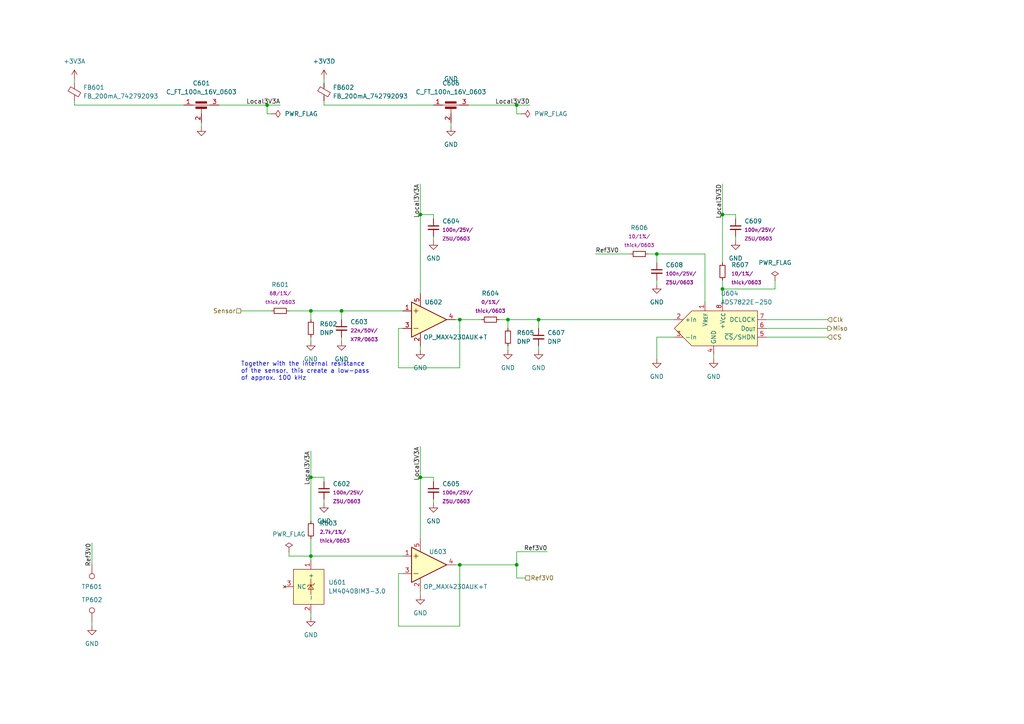
<source format=kicad_sch>
(kicad_sch (version 20211123) (generator eeschema)
  (paper "A4")
  (title_block (title "Powermeter") (date "2022-04-09") (rev "2") (company "apfau.de") (comment 1 "ADC"))
  (lib_symbols
    (symbol ".commodities:C_100n_25V_Z5U_0603_small" (pin_numbers hide) (pin_names (offset 0.254) hide)
      (property "Reference" "C" (at 0.254 1.778 0))
      (property "Params" "100n/25V/" (at 0.635 -1.27 0))
      (property "Params2" "Z5U/0603" (at 0.635 -2.54 0))
      (symbol "C_100n_25V_Z5U_0603_small_0_1"
        (polyline (pts (xy -1.524 -0.508) (xy 1.524 -0.508)) (stroke (width 0.3302)))
        (polyline (pts (xy -1.524 0.508) (xy 1.524 0.508)) (stroke (width 0.3048)))
      )
      (symbol "C_100n_25V_Z5U_0603_small_1_1"
        (pin passive line (at 0 2.54 270) (length 2.032) (name "~") (number "1"))
        (pin passive line (at 0 -2.54 90) (length 2.032) (name "~") (number "2"))
      )
    )
    (symbol ".commodities:C_22n_50V_X7R_0603_small" (pin_numbers hide) (pin_names (offset 0.254) hide)
      (property "Reference" "C" (at 0.254 1.778 0))
      (property "Params" "22n/50V/" (at 0.635 -1.27 0))
      (property "Params2" "X7R/0603" (at 0.635 -2.54 0))
      (symbol "C_22n_50V_X7R_0603_small_0_1"
        (polyline (pts (xy -1.524 -0.508) (xy 1.524 -0.508)) (stroke (width 0.3302)))
        (polyline (pts (xy -1.524 0.508) (xy 1.524 0.508)) (stroke (width 0.3048)))
      )
      (symbol "C_22n_50V_X7R_0603_small_1_1"
        (pin passive line (at 0 2.54 270) (length 2.032) (name "~") (number "1"))
        (pin passive line (at 0 -2.54 90) (length 2.032) (name "~") (number "2"))
      )
    )
    (symbol ".commodities:R_0_1P_thick_0603_small" (pin_numbers hide) (pin_names (offset 0.254) hide)
      (property "Reference" "R" (at 0.762 0.508 0))
      (property "Params" "0/1%/" (at 1.27 -0.635 0))
      (property "Params2" "thick/0603" (at 1.27 -1.905 0))
      (symbol "R_0_1P_thick_0603_small_0_1"
        (rectangle (start -0.762 1.778) (end 0.762 -1.778) (stroke (width 0.2032)))
      )
      (symbol "R_0_1P_thick_0603_small_1_1"
        (pin passive line (at 0 2.54 270) (length 0.762) (name "~") (number "1"))
        (pin passive line (at 0 -2.54 90) (length 0.762) (name "~") (number "2"))
      )
    )
    (symbol ".commodities:R_10_1P_thick_0603_small" (pin_numbers hide) (pin_names (offset 0.254) hide)
      (property "Reference" "R" (at 0.762 0.508 0))
      (property "Params" "10/1%/" (at 1.27 -0.635 0))
      (property "Params2" "thick/0603" (at 1.27 -1.905 0))
      (symbol "R_10_1P_thick_0603_small_0_1"
        (rectangle (start -0.762 1.778) (end 0.762 -1.778) (stroke (width 0.2032)))
      )
      (symbol "R_10_1P_thick_0603_small_1_1"
        (pin passive line (at 0 2.54 270) (length 0.762) (name "~") (number "1"))
        (pin passive line (at 0 -2.54 90) (length 0.762) (name "~") (number "2"))
      )
    )
    (symbol ".commodities:R_2k7_1P_thick_0603_small" (pin_numbers hide) (pin_names (offset 0.254) hide)
      (property "Reference" "R" (at 0.762 0.508 0))
      (property "Params" "2.7k/1%/" (at 1.27 -0.635 0))
      (property "Params2" "thick/0603" (at 1.27 -1.905 0))
      (symbol "R_2k7_1P_thick_0603_small_0_1"
        (rectangle (start -0.762 1.778) (end 0.762 -1.778) (stroke (width 0.2032)))
      )
      (symbol "R_2k7_1P_thick_0603_small_1_1"
        (pin passive line (at 0 2.54 270) (length 0.762) (name "~") (number "1"))
        (pin passive line (at 0 -2.54 90) (length 0.762) (name "~") (number "2"))
      )
    )
    (symbol ".commodities:R_68_1P_thick_0603_small" (pin_numbers hide) (pin_names (offset 0.254) hide)
      (property "Reference" "R" (at 0.762 0.508 0))
      (property "Params" "68/1%/" (at 1.27 -0.635 0))
      (property "Params2" "thick/0603" (at 1.27 -1.905 0))
      (symbol "R_68_1P_thick_0603_small_0_1"
        (rectangle (start -0.762 1.778) (end 0.762 -1.778) (stroke (width 0.2032)))
      )
      (symbol "R_68_1P_thick_0603_small_1_1"
        (pin passive line (at 0 2.54 270) (length 0.762) (name "~") (number "1"))
        (pin passive line (at 0 -2.54 90) (length 0.762) (name "~") (number "2"))
      )
    )
    (symbol ".powermeter:+3V3A" (power) (pin_names (offset 0))
      (property "Value" "+3V3A" (at 0 3.556 0))
      (symbol "+3V3A_0_1"
        (polyline (pts (xy -0.762 1.27) (xy 0 2.54)))
        (polyline (pts (xy 0 0) (xy 0 2.54)))
        (polyline (pts (xy 0 2.54) (xy 0.762 1.27)))
      )
      (symbol "+3V3A_1_1"
        (pin power_in line (at 0 0 90) (length 0) hide (name "+3V3A") (number "1"))
      )
    )
    (symbol ".powermeter:+3V3D" (power) (pin_names (offset 0))
      (property "Value" "+3V3D" (at 0 3.556 0))
      (symbol "+3V3D_0_1"
        (polyline (pts (xy -0.762 1.27) (xy 0 2.54)))
        (polyline (pts (xy 0 0) (xy 0 2.54)))
        (polyline (pts (xy 0 2.54) (xy 0.762 1.27)))
      )
      (symbol "+3V3D_1_1"
        (pin power_in line (at 0 0 90) (length 0) hide (name "+3V3D") (number "1"))
      )
    )
    (symbol ".powermeter:ADS7822E-250"
      (property "Reference" "U" (at -7.62 6.35 0))
      (property "Value" "ADS7822E-250" (at 6.35 6.35 0))
      (symbol "ADS7822E-250_0_1"
        (polyline (pts (xy 10.16 -5.08) (xy -8.89 -5.08) (xy -13.97 0) (xy -8.89 5.08) (xy 10.16 5.08) (xy 10.16 -5.08)) (fill (type background)))
      )
      (symbol "ADS7822E-250_1_1"
        (pin input line (at -5.08 7.62 270) (length 2.54) (name "V_{REF}") (number "1"))
        (pin input line (at -13.97 2.54 0) (length 2.54) (name "+In") (number "2"))
        (pin input line (at -13.97 -2.54 0) (length 2.54) (name "-In") (number "3"))
        (pin power_in line (at -2.54 -7.62 90) (length 2.54) (name "GND") (number "4"))
        (pin input line (at 12.7 -2.54 180) (length 2.54) (name "~{CS}/SHDN") (number "5"))
        (pin output line (at 12.7 0 180) (length 2.54) (name "D_{OUT}") (number "6"))
        (pin input line (at 12.7 2.54 180) (length 2.54) (name "DCLOCK") (number "7"))
        (pin power_in line (at 0 7.62 270) (length 2.54) (name "+V_{CC}") (number "8"))
      )
    )
    (symbol ".powermeter:C_FT_100n_16V_0603" (pin_names (offset 0.254) hide)
      (property "Reference" "C" (at 0 7.62 0))
      (property "Value" "C_FT_100n_16V_0603" (at 0 5.715 0))
      (symbol "C_FT_100n_16V_0603_0_1"
        (rectangle (start -1.651 1.524) (end 1.524 2.032) (fill (type outline)))
        (polyline (pts (xy -2.54 2.54) (xy 2.54 2.54)))
        (polyline (pts (xy 0 0) (xy 0 1.778)))
        (rectangle (start 1.524 3.048) (end -1.651 3.556) (fill (type outline)))
      )
      (symbol "C_FT_100n_16V_0603_1_1"
        (pin passive line (at -5.08 2.54 0) (length 2.54) (name "1") (number "1"))
        (pin passive line (at 0 -2.54 90) (length 2.54) (name "2") (number "2"))
        (pin passive line (at 5.08 2.54 180) (length 2.54) (name "3") (number "3"))
      )
    )
    (symbol ".powermeter:FB_200mA_742792093" (pin_numbers hide) (pin_names (offset 0))
      (property "Reference" "FB" (at 1.905 1.27 0))
      (property "Value" "FB_200mA_742792093" (at 1.905 -1.27 0))
      (symbol "FB_200mA_742792093_0_1"
        (polyline (pts (xy 0 -1.27) (xy 0 -0.7874)))
        (polyline (pts (xy 0 0.889) (xy 0 1.2954)))
        (polyline (pts (xy -1.8288 0.2794) (xy -1.1176 1.4986) (xy 1.8288 -0.2032) (xy 1.1176 -1.4224) (xy -1.8288 0.2794)))
      )
      (symbol "FB_200mA_742792093_1_1"
        (pin passive line (at 0 2.54 270) (length 1.27) (name "~") (number "1"))
        (pin passive line (at 0 -2.54 90) (length 1.27) (name "~") (number "2"))
      )
    )
    (symbol ".powermeter:LM4040BIM3-3.0" (pin_names (offset 1.016))
      (property "Reference" "U" (at 3.81 6.35 0))
      (property "Value" "LM4040BIM3-3.0" (at -12.7 6.35 0))
      (symbol "LM4040BIM3-3.0_0_1"
        (rectangle (start -5.08 5.08) (end 3.81 -5.08) (fill (type background)))
        (polyline (pts (xy 0 2.286) (xy 0 -2.286)))
        (polyline (pts (xy -1.016 0) (xy -0.762 0.508) (xy 0.762 0.508) (xy 1.016 1.016)))
        (polyline (pts (xy -0.762 -0.762) (xy 0.762 -0.762) (xy 0 0.508) (xy -0.762 -0.762)))
      )
      (symbol "LM4040BIM3-3.0_1_1"
        (pin power_in line (at 0 7.62 270) (length 2.54) (name "+") (number "1"))
        (pin power_in line (at 0 -7.62 90) (length 2.54) (name "-") (number "2"))
        (pin no_connect line (at -7.62 0 0) (length 2.54) (name "NC") (number "3"))
      )
    )
    (symbol ".powermeter:OP_MAX4230AUK+T" (pin_names (offset 0.127) hide)
      (property "Reference" "U" (at 0 6.35 0))
      (property "Value" "OP_MAX4230AUK+T" (at 0 3.81 0))
      (symbol "OP_MAX4230AUK+T_0_1"
        (polyline (pts (xy -4.445 -2.54) (xy -3.175 -2.54)))
        (polyline (pts (xy -4.445 2.54) (xy -3.175 2.54)))
        (polyline (pts (xy -3.81 3.175) (xy -3.81 1.905)))
        (polyline (pts (xy -5.08 5.08) (xy 5.08 0) (xy -5.08 -5.08) (xy -5.08 5.08)) (stroke (width 0.254)) (fill (type background)))
      )
      (symbol "OP_MAX4230AUK+T_1_1"
        (pin input line (at -7.62 2.54 0) (length 2.54) (name "IN+") (number "1"))
        (pin power_in line (at -2.54 -7.62 90) (length 3.81) (name "VSS") (number "2"))
        (pin input line (at -7.62 -2.54 0) (length 2.54) (name "IN-") (number "3"))
        (pin output line (at 7.62 0 180) (length 2.54) (name "OUT") (number "4"))
        (pin power_in line (at -2.54 7.62 270) (length 3.81) (name "VDD") (number "5"))
      )
    )
    (symbol "Connector:TestPoint" (pin_numbers hide) (pin_names (offset 0.762) hide)
      (property "Reference" "TP" (at 0 6.858 0))
      (property "Value" "TestPoint" (at 0 5.08 0))
      (symbol "TestPoint_0_1"
        (circle (center 0 3.302) (radius 0.762))
      )
      (symbol "TestPoint_1_1"
        (pin passive line (at 0 0 90) (length 2.54) (name "1") (number "1"))
      )
    )
    (symbol "Device:C_Small" (pin_numbers hide) (pin_names (offset 0.254) hide)
      (property "Reference" "C" (at 0.254 1.778 0))
      (property "Value" "C_Small" (at 0.254 -2.032 0))
      (symbol "C_Small_0_1"
        (polyline (pts (xy -1.524 -0.508) (xy 1.524 -0.508)) (stroke (width 0.3302)))
        (polyline (pts (xy -1.524 0.508) (xy 1.524 0.508)) (stroke (width 0.3048)))
      )
      (symbol "C_Small_1_1"
        (pin passive line (at 0 2.54 270) (length 2.032) (name "~") (number "1"))
        (pin passive line (at 0 -2.54 90) (length 2.032) (name "~") (number "2"))
      )
    )
    (symbol "Device:R_Small" (pin_numbers hide) (pin_names (offset 0.254) hide)
      (property "Reference" "R" (at 0.762 0.508 0))
      (property "Value" "R_Small" (at 0.762 -1.016 0))
      (symbol "R_Small_0_1"
        (rectangle (start -0.762 1.778) (end 0.762 -1.778) (stroke (width 0.2032)))
      )
      (symbol "R_Small_1_1"
        (pin passive line (at 0 2.54 270) (length 0.762) (name "~") (number "1"))
        (pin passive line (at 0 -2.54 90) (length 0.762) (name "~") (number "2"))
      )
    )
    (symbol "power:GND" (power) (pin_names (offset 0))
      (property "Value" "GND" (at 0 -3.81 0))
      (symbol "GND_0_1"
        (polyline (pts (xy 0 0) (xy 0 -1.27) (xy 1.27 -1.27) (xy 0 -2.54) (xy -1.27 -1.27) (xy 0 -1.27)))
      )
      (symbol "GND_1_1"
        (pin power_in line (at 0 0 270) (length 0) hide (name "GND") (number "1"))
      )
    )
    (symbol "power:PWR_FLAG" (power) (pin_numbers hide) (pin_names (offset 0) hide)
      (property "Value" "PWR_FLAG" (at 0 3.81 0))
      (symbol "PWR_FLAG_0_0"
        (pin power_out line (at 0 0 90) (length 0) (name "pwr") (number "1"))
      )
      (symbol "PWR_FLAG_0_1"
        (polyline (pts (xy 0 0) (xy 0 1.27) (xy -1.016 1.905) (xy 0 2.54) (xy 1.016 1.905) (xy 0 1.27)))
      )
    )
  )
  (junction (at 209.55 62.23))
  (junction (at 149.86 163.83))
  (junction (at 77.47 30.48))
  (junction (at 90.17 90.17))
  (junction (at 147.32 92.71))
  (junction (at 121.92 62.23))
  (junction (at 133.35 92.71))
  (junction (at 156.21 92.71))
  (junction (at 190.5 73.66))
  (junction (at 90.17 161.29))
  (junction (at 149.86 30.48))
  (junction (at 133.35 163.83))
  (junction (at 99.06 90.17))
  (junction (at 90.17 138.43))
  (junction (at 209.55 83.82))
  (junction (at 121.92 138.43))
  (wire (pts (xy 121.92 129.54) (xy 121.92 138.43)))
  (wire (pts (xy 90.17 177.8) (xy 90.17 179.07)))
  (wire (pts (xy 133.35 106.68) (xy 115.57 106.68)))
  (wire (pts (xy 147.32 92.71) (xy 156.21 92.71)))
  (wire (pts (xy 90.17 138.43) (xy 90.17 151.13)))
  (wire (pts (xy 130.81 35.56) (xy 130.81 36.83)))
  (wire (pts (xy 190.5 73.66) (xy 190.5 76.2)))
  (wire (pts (xy 190.5 73.66) (xy 204.47 73.66)))
  (wire (pts (xy 209.55 53.34) (xy 209.55 62.23)))
  (wire (pts (xy 147.32 92.71) (xy 147.32 95.25)))
  (wire (pts (xy 156.21 100.33) (xy 156.21 101.6)))
  (wire (pts (xy 121.92 62.23) (xy 121.92 85.09)))
  (wire (pts (xy 83.82 90.17) (xy 90.17 90.17)))
  (wire (pts (xy 156.21 92.71) (xy 195.58 92.71)))
  (wire (pts (xy 133.35 92.71) (xy 139.7 92.71)))
  (wire (pts (xy 222.25 97.79) (xy 240.03 97.79)))
  (wire (pts (xy 115.57 181.61) (xy 133.35 181.61)))
  (wire (pts (xy 125.73 62.23) (xy 121.92 62.23)))
  (wire (pts (xy 135.89 30.48) (xy 149.86 30.48)))
  (wire (pts (xy 222.25 92.71) (xy 240.03 92.71)))
  (wire (pts (xy 190.5 104.14) (xy 190.5 97.79)))
  (wire (pts (xy 147.32 100.33) (xy 147.32 101.6)))
  (wire (pts (xy 115.57 166.37) (xy 115.57 181.61)))
  (wire (pts (xy 58.42 35.56) (xy 58.42 36.83)))
  (wire (pts (xy 125.73 138.43) (xy 121.92 138.43)))
  (wire (pts (xy 90.17 90.17) (xy 99.06 90.17)))
  (wire (pts (xy 207.01 102.87) (xy 207.01 104.14)))
  (wire (pts (xy 90.17 161.29) (xy 90.17 162.56)))
  (wire (pts (xy 133.35 92.71) (xy 133.35 106.68)))
  (wire (pts (xy 63.5 30.48) (xy 77.47 30.48)))
  (wire (pts (xy 26.67 157.48) (xy 26.67 163.83)))
  (wire (pts (xy 90.17 130.81) (xy 90.17 138.43)))
  (wire (pts (xy 125.73 63.5) (xy 125.73 62.23)))
  (wire (pts (xy 133.35 181.61) (xy 133.35 163.83)))
  (wire (pts (xy 149.86 33.02) (xy 149.86 30.48)))
  (wire (pts (xy 21.59 30.48) (xy 21.59 29.21)))
  (wire (pts (xy 204.47 73.66) (xy 204.47 87.63)))
  (wire (pts (xy 90.17 156.21) (xy 90.17 161.29)))
  (wire (pts (xy 21.59 22.86) (xy 21.59 24.13)))
  (wire (pts (xy 224.79 81.28) (xy 224.79 83.82)))
  (wire (pts (xy 99.06 90.17) (xy 99.06 92.71)))
  (wire (pts (xy 83.82 161.29) (xy 90.17 161.29)))
  (wire (pts (xy 69.85 90.17) (xy 78.74 90.17)))
  (wire (pts (xy 121.92 53.34) (xy 121.92 62.23)))
  (wire (pts (xy 133.35 163.83) (xy 132.08 163.83)))
  (wire (pts (xy 125.73 68.58) (xy 125.73 69.85)))
  (wire (pts (xy 125.73 139.7) (xy 125.73 138.43)))
  (wire (pts (xy 222.25 95.25) (xy 240.03 95.25)))
  (wire (pts (xy 187.96 73.66) (xy 190.5 73.66)))
  (wire (pts (xy 93.98 144.78) (xy 93.98 146.05)))
  (wire (pts (xy 115.57 106.68) (xy 115.57 95.25)))
  (wire (pts (xy 224.79 83.82) (xy 209.55 83.82)))
  (wire (pts (xy 149.86 30.48) (xy 153.67 30.48)))
  (wire (pts (xy 190.5 81.28) (xy 190.5 82.55)))
  (wire (pts (xy 90.17 97.79) (xy 90.17 99.06)))
  (wire (pts (xy 125.73 144.78) (xy 125.73 146.05)))
  (wire (pts (xy 99.06 97.79) (xy 99.06 99.06)))
  (wire (pts (xy 213.36 68.58) (xy 213.36 69.85)))
  (wire (pts (xy 121.92 138.43) (xy 121.92 156.21)))
  (wire (pts (xy 213.36 63.5) (xy 213.36 62.23)))
  (wire (pts (xy 77.47 30.48) (xy 81.28 30.48)))
  (wire (pts (xy 93.98 138.43) (xy 90.17 138.43)))
  (wire (pts (xy 90.17 90.17) (xy 90.17 92.71)))
  (wire (pts (xy 26.67 180.34) (xy 26.67 181.61)))
  (wire (pts (xy 156.21 92.71) (xy 156.21 95.25)))
  (wire (pts (xy 115.57 95.25) (xy 116.84 95.25)))
  (wire (pts (xy 77.47 33.02) (xy 77.47 30.48)))
  (wire (pts (xy 190.5 97.79) (xy 195.58 97.79)))
  (wire (pts (xy 93.98 139.7) (xy 93.98 138.43)))
  (wire (pts (xy 209.55 83.82) (xy 209.55 87.63)))
  (wire (pts (xy 209.55 81.28) (xy 209.55 83.82)))
  (wire (pts (xy 99.06 90.17) (xy 116.84 90.17)))
  (wire (pts (xy 209.55 62.23) (xy 209.55 76.2)))
  (wire (pts (xy 152.4 167.64) (xy 149.86 167.64)))
  (wire (pts (xy 132.08 92.71) (xy 133.35 92.71)))
  (wire (pts (xy 172.72 73.66) (xy 182.88 73.66)))
  (wire (pts (xy 133.35 163.83) (xy 149.86 163.83)))
  (wire (pts (xy 121.92 171.45) (xy 121.92 172.72)))
  (wire (pts (xy 213.36 62.23) (xy 209.55 62.23)))
  (wire (pts (xy 151.13 33.02) (xy 149.86 33.02)))
  (wire (pts (xy 121.92 100.33) (xy 121.92 101.6)))
  (wire (pts (xy 149.86 163.83) (xy 149.86 167.64)))
  (wire (pts (xy 93.98 22.86) (xy 93.98 24.13)))
  (wire (pts (xy 83.82 160.02) (xy 83.82 161.29)))
  (wire (pts (xy 125.73 30.48) (xy 93.98 30.48)))
  (wire (pts (xy 116.84 166.37) (xy 115.57 166.37)))
  (wire (pts (xy 90.17 161.29) (xy 116.84 161.29)))
  (wire (pts (xy 53.34 30.48) (xy 21.59 30.48)))
  (wire (pts (xy 144.78 92.71) (xy 147.32 92.71)))
  (wire (pts (xy 149.86 160.02) (xy 149.86 163.83)))
  (wire (pts (xy 78.74 33.02) (xy 77.47 33.02)))
  (wire (pts (xy 158.75 160.02) (xy 149.86 160.02)))
  (wire (pts (xy 93.98 30.48) (xy 93.98 29.21)))
  (text "Together with the internal resistance\nof the sensor, this create a low-pass\nof approx. 100 kHz" (at 69.85 110.49 0) (effects (font (size 1.27 1.27)) (justify left bottom)))
  (label "Ref3V0" (at 158.75 160.02 180))
  (label "Ref3V0" (at 26.67 157.48 270))
  (label "Local3V3D" (at 209.55 53.34 270))
  (label "Ref3V0" (at 172.72 73.66 0))
  (label "Local3V3A" (at 121.92 53.34 270))
  (label "Local3V3D" (at 153.67 30.48 180))
  (label "Local3V3A" (at 81.28 30.48 180))
  (label "Local3V3A" (at 121.92 129.54 270))
  (label "Local3V3A" (at 90.17 130.81 270))
  (hierarchical_label "CS" (shape input) (at 240.03 97.79 0))
  (hierarchical_label "Ref3V0" (shape passive) (at 152.4 167.64 0))
  (hierarchical_label "Sensor" (shape passive) (at 69.85 90.17 180))
  (hierarchical_label "Miso" (shape output) (at 240.03 95.25 0))
  (hierarchical_label "Clk" (shape input) (at 240.03 92.71 0))
  (symbol (lib_id "Device:R_Small") (at 90.17 95.25 0) (unit 1) (in_bom no)
    (property "Reference" "R602" (at 92.71 93.9799 0) (effects (justify left)))
    (property "Value" "DNP" (at 92.71 96.5199 0) (effects (justify left)))
    (property "Footprint" "Resistor_SMD:R_0603_1608Metric" (effects hide))
  )
  (symbol (lib_id "power:GND") (at 190.5 104.14 0) (unit 1)
    (property "Reference" "#PWR0617" (effects hide))
    (property "Value" "~" (at 190.5 109.22 0))
  )
  (symbol (lib_id "power:PWR_FLAG") (at 151.13 33.02 270) (unit 1)
    (property "Reference" "#FLG0603" (effects hide))
    (property "Value" "PWR_FLAG" (at 154.94 33.0199 90) (effects (justify left)))
  )
  (symbol (lib_id "power:GND") (at 93.98 146.05 0) (unit 1)
    (property "Reference" "#PWR0607" (effects hide))
    (property "Value" "~" (at 93.98 151.13 0))
  )
  (symbol (lib_id "power:GND") (at 90.17 179.07 0) (unit 1)
    (property "Reference" "#PWR0605" (effects hide))
    (property "Value" "~" (at 90.17 184.15 0))
  )
  (symbol (lib_id "power:GND") (at 156.21 101.6 0) (unit 1)
    (property "Reference" "#PWR0615" (effects hide))
    (property "Value" "~" (at 156.21 106.68 0))
  )
  (symbol (lib_id ".powermeter:LM4040BIM3-3.0") (at 90.17 170.18 0) (unit 1)
    (property "Reference" "U601" (at 95.25 168.9099 0) (effects (justify left)))
    (property "Value" "LM4040BIM3-3.0" (at 95.25 171.4499 0) (effects (justify left)))
    (property "Footprint" "Package_TO_SOT_SMD:SOT-23" (effects hide))
    (property "Datasheet" "https://www.ti.com/general/docs/suppproductinfo.tsp?distId=10&gotoUrl=http%3A%2F%2Fwww.ti.com%2Flit%2Fgpn%2Flm4040-n" (effects hide))
  )
  (symbol (lib_id ".commodities:C_100n_25V_Z5U_0603_small") (at 93.98 142.24 0) (unit 1)
    (property "Reference" "C602" (at 96.52 140.3412 0) (effects (justify left)))
    (property "Value" "C_100n_25V_Z5U_0603_small" (effects hide))
    (property "Footprint" "Capacitor_SMD:C_0603_1608Metric" (effects hide))
    (property "Params" "100n/25V/" (at 96.52 142.8813 0) (effects (font (size 1.016 1.016)) (justify left)))
    (property "Params2" "Z5U/0603" (at 96.52 145.4213 0) (effects (font (size 1.016 1.016)) (justify left)))
  )
  (symbol (lib_id ".commodities:R_10_1P_thick_0603_small") (at 185.42 73.66 90) (unit 1)
    (property "Reference" "R606" (at 185.42 66.04 90))
    (property "Value" "R_10_1P_thick_0603_small" (effects hide))
    (property "Footprint" "Resistor_SMD:R_0603_1608Metric" (effects hide))
    (property "Params" "10/1%/" (at 185.42 68.58 90) (effects (font (size 1.016 1.016))))
    (property "Params2" "thick/0603" (at 185.42 71.12 90) (effects (font (size 1.016 1.016))))
  )
  (symbol (lib_id ".powermeter:C_FT_100n_16V_0603") (at 130.81 33.02 0) (unit 1)
    (property "Reference" "C606" (at 130.81 24.13 0))
    (property "Value" "C_FT_100n_16V_0603" (at 130.81 26.67 0))
    (property "Footprint" ".powermeter:C_Feedthru_0603" (effects hide))
    (property "Datasheet" "https://search.murata.co.jp/Ceramy/image/img/A01X/G101/ENG/NFM18PC104R1C3-01.pdf" (effects hide))
  )
  (symbol (lib_id ".commodities:C_100n_25V_Z5U_0603_small") (at 190.5 78.74 0) (unit 1)
    (property "Reference" "C608" (at 193.04 76.8412 0) (effects (justify left)))
    (property "Value" "C_100n_25V_Z5U_0603_small" (effects hide))
    (property "Footprint" "Capacitor_SMD:C_0603_1608Metric" (effects hide))
    (property "Params" "100n/25V/" (at 193.04 79.3813 0) (effects (font (size 1.016 1.016)) (justify left)))
    (property "Params2" "Z5U/0603" (at 193.04 81.9213 0) (effects (font (size 1.016 1.016)) (justify left)))
  )
  (symbol (lib_id "power:GND") (at 121.92 101.6 0) (unit 1)
    (property "Reference" "#PWR0609" (effects hide))
    (property "Value" "~" (at 121.92 106.68 0))
  )
  (symbol (lib_id "power:GND") (at 99.06 99.06 0) (unit 1)
    (property "Reference" "#PWR0608" (effects hide))
    (property "Value" "~" (at 99.06 104.14 0))
  )
  (symbol (lib_id ".commodities:R_68_1P_thick_0603_small") (at 81.28 90.17 90) (unit 1)
    (property "Reference" "R601" (at 81.28 82.55 90))
    (property "Value" "R_68_1P_thick_0603_small" (effects hide))
    (property "Footprint" "Resistor_SMD:R_0603_1608Metric" (effects hide))
    (property "Params" "68/1%/" (at 81.28 85.09 90) (effects (font (size 1.016 1.016))))
    (property "Params2" "thick/0603" (at 81.28 87.63 90) (effects (font (size 1.016 1.016))))
  )
  (symbol (lib_id ".powermeter:FB_200mA_742792093") (at 93.98 26.67 0) (unit 1)
    (property "Reference" "FB602" (at 96.52 25.3618 0) (effects (justify left)))
    (property "Value" "FB_200mA_742792093" (at 96.52 27.9018 0) (effects (justify left)))
    (property "Footprint" "Capacitor_SMD:C_0805_2012Metric" (effects hide))
    (property "Datasheet" "https://www.we-online.com/katalog/datasheet/742792093.pdf" (effects hide))
  )
  (symbol (lib_id "Connector:TestPoint") (at 26.67 163.83 180) (unit 1)
    (property "Reference" "TP601" (at 26.67 170.18 0))
    (property "Value" "TestPoint" (effects hide))
    (property "Footprint" "TestPoint:TestPoint_Pad_D1.0mm" (effects hide))
  )
  (symbol (lib_id ".commodities:C_100n_25V_Z5U_0603_small") (at 213.36 66.04 0) (unit 1)
    (property "Reference" "C609" (at 215.9 64.1412 0) (effects (justify left)))
    (property "Value" "C_100n_25V_Z5U_0603_small" (effects hide))
    (property "Footprint" "Capacitor_SMD:C_0603_1608Metric" (effects hide))
    (property "Params" "100n/25V/" (at 215.9 66.6813 0) (effects (font (size 1.016 1.016)) (justify left)))
    (property "Params2" "Z5U/0603" (at 215.9 69.2213 0) (effects (font (size 1.016 1.016)) (justify left)))
  )
  (symbol (lib_id "power:GND") (at 130.81 36.83 0) (unit 1)
    (property "Reference" "#PWR0613" (effects hide))
    (property "Value" "~" (at 130.81 41.91 0))
  )
  (symbol (lib_id ".commodities:C_100n_25V_Z5U_0603_small") (at 125.73 142.24 0) (unit 1)
    (property "Reference" "C605" (at 128.27 140.3412 0) (effects (justify left)))
    (property "Value" "C_100n_25V_Z5U_0603_small" (effects hide))
    (property "Footprint" "Capacitor_SMD:C_0603_1608Metric" (effects hide))
    (property "Params" "100n/25V/" (at 128.27 142.8813 0) (effects (font (size 1.016 1.016)) (justify left)))
    (property "Params2" "Z5U/0603" (at 128.27 145.4213 0) (effects (font (size 1.016 1.016)) (justify left)))
  )
  (symbol (lib_id ".commodities:C_100n_25V_Z5U_0603_small") (at 125.73 66.04 0) (unit 1)
    (property "Reference" "C604" (at 128.27 64.1412 0) (effects (justify left)))
    (property "Value" "C_100n_25V_Z5U_0603_small" (effects hide))
    (property "Footprint" "Capacitor_SMD:C_0603_1608Metric" (effects hide))
    (property "Params" "100n/25V/" (at 128.27 66.6813 0) (effects (font (size 1.016 1.016)) (justify left)))
    (property "Params2" "Z5U/0603" (at 128.27 69.2213 0) (effects (font (size 1.016 1.016)) (justify left)))
  )
  (symbol (lib_id ".powermeter:FB_200mA_742792093") (at 21.59 26.67 0) (unit 1)
    (property "Reference" "FB601" (at 24.13 25.3618 0) (effects (justify left)))
    (property "Value" "FB_200mA_742792093" (at 24.13 27.9018 0) (effects (justify left)))
    (property "Footprint" "Capacitor_SMD:C_0805_2012Metric" (effects hide))
    (property "Datasheet" "https://www.we-online.com/katalog/datasheet/742792093.pdf" (effects hide))
  )
  (symbol (lib_id "Connector:TestPoint") (at 26.67 180.34 0) (unit 1)
    (property "Reference" "TP602" (at 26.67 173.99 0))
    (property "Value" "TestPoint" (effects hide))
    (property "Footprint" "TestPoint:TestPoint_Pad_D1.0mm" (effects hide))
  )
  (symbol (lib_id "power:GND") (at 207.01 104.14 0) (unit 1)
    (property "Reference" "#PWR0618" (effects hide))
    (property "Value" "~" (at 207.01 109.22 0))
  )
  (symbol (lib_id ".powermeter:C_FT_100n_16V_0603") (at 58.42 33.02 0) (unit 1)
    (property "Reference" "C601" (at 58.42 24.13 0))
    (property "Value" "C_FT_100n_16V_0603" (at 58.42 26.67 0))
    (property "Footprint" ".powermeter:C_Feedthru_0603" (effects hide))
    (property "Datasheet" "https://search.murata.co.jp/Ceramy/image/img/A01X/G101/ENG/NFM18PC104R1C3-01.pdf" (effects hide))
  )
  (symbol (lib_id ".powermeter:+3V3D") (at 93.98 22.86 0) (unit 1)
    (property "Reference" "#PWR0606" (effects hide))
    (property "Value" "+3V3D" (at 93.98 17.78 0))
  )
  (symbol (lib_id "power:PWR_FLAG") (at 224.79 81.28 0) (unit 1)
    (property "Reference" "#FLG0604" (effects hide))
    (property "Value" "PWR_FLAG" (at 224.79 76.2 0))
  )
  (symbol (lib_id "power:PWR_FLAG") (at 78.74 33.02 270) (unit 1)
    (property "Reference" "#FLG0601" (effects hide))
    (property "Value" "PWR_FLAG" (at 82.55 33.0199 90) (effects (justify left)))
  )
  (symbol (lib_id "power:GND") (at 121.92 172.72 0) (unit 1)
    (property "Reference" "#PWR0610" (effects hide))
    (property "Value" "GND" (at 121.92 177.8 0))
  )
  (symbol (lib_id "power:PWR_FLAG") (at 83.82 160.02 0) (unit 1)
    (property "Reference" "#FLG0602" (effects hide))
    (property "Value" "PWR_FLAG" (at 83.82 154.94 0))
  )
  (symbol (lib_id ".commodities:C_22n_50V_X7R_0603_small") (at 99.06 95.25 0) (unit 1)
    (property "Reference" "C603" (at 101.6 93.3512 0) (effects (justify left)))
    (property "Value" "C_22n_50V_X7R_0603_small" (effects hide))
    (property "Footprint" "Capacitor_SMD:C_0603_1608Metric" (effects hide))
    (property "Params" "22n/50V/" (at 101.6 95.8913 0) (effects (font (size 1.016 1.016)) (justify left)))
    (property "Params2" "X7R/0603" (at 101.6 98.4313 0) (effects (font (size 1.016 1.016)) (justify left)))
  )
  (symbol (lib_id ".powermeter:OP_MAX4230AUK+T") (at 124.46 92.71 0) (unit 1)
    (property "Reference" "U602" (at 125.73 87.63 0))
    (property "Value" "OP_MAX4230AUK+T" (at 132.08 97.79 0))
    (property "Footprint" "Package_TO_SOT_SMD:SOT-23-5" (effects hide))
    (property "Datasheet" "https://datasheets.maximintegrated.com/en/ds/MAX4230-MAX4234.pdf" (effects hide))
  )
  (symbol (lib_id ".commodities:R_0_1P_thick_0603_small") (at 142.24 92.71 90) (unit 1)
    (property "Reference" "R604" (at 142.24 85.09 90))
    (property "Value" "R_0_1P_thick_0603_small" (effects hide))
    (property "Footprint" "Resistor_SMD:R_0603_1608Metric" (effects hide))
    (property "Params" "0/1%/" (at 142.24 87.63 90) (effects (font (size 1.016 1.016))))
    (property "Params2" "thick/0603" (at 142.24 90.17 90) (effects (font (size 1.016 1.016))))
  )
  (symbol (lib_id "power:GND") (at 90.17 99.06 0) (unit 1)
    (property "Reference" "#PWR0604" (effects hide))
    (property "Value" "~" (at 90.17 104.14 0))
  )
  (symbol (lib_id "power:GND") (at 125.73 69.85 0) (unit 1)
    (property "Reference" "#PWR0611" (effects hide))
    (property "Value" "~" (at 125.73 74.93 0))
  )
  (symbol (lib_id ".powermeter:ADS7822E-250") (at 209.55 95.25 0) (unit 1)
    (property "Reference" "U604" (at 209.0294 85.09 0) (effects (justify left)))
    (property "Value" "ADS7822E-250" (at 209.0294 87.63 0) (effects (justify left)))
    (property "Footprint" "Package_SO:VSSOP-8_3.0x3.0mm_P0.65mm" (effects hide))
    (property "Datasheet" "https://www.ti.com/general/docs/suppproductinfo.tsp?distId=10&gotoUrl=http%253A%252F%252Fwww.ti.com%252Flit%252Fgpn%252Fads7822" (effects hide))
  )
  (symbol (lib_id "power:GND") (at 213.36 69.85 0) (unit 1)
    (property "Reference" "#PWR0619" (effects hide))
    (property "Value" "~" (at 213.36 74.93 0))
  )
  (symbol (lib_id "Device:C_Small") (at 156.21 97.79 0) (unit 1) (in_bom no)
    (property "Reference" "C607" (at 158.75 96.5262 0) (effects (justify left)))
    (property "Value" "DNP" (at 158.75 99.0662 0) (effects (justify left)))
    (property "Footprint" "Capacitor_SMD:C_0603_1608Metric" (effects hide))
  )
  (symbol (lib_id "power:GND") (at 58.42 36.83 0) (unit 1)
    (property "Reference" "#PWR0603" (effects hide))
    (property "Value" "~" (at 130.81 22.86 0))
  )
  (symbol (lib_id ".commodities:R_2k7_1P_thick_0603_small") (at 90.17 153.67 0) (unit 1)
    (property "Reference" "R603" (at 92.71 151.7649 0) (effects (justify left)))
    (property "Value" "R_2k7_1P_thick_0603_small" (effects hide))
    (property "Footprint" "Resistor_SMD:R_0603_1608Metric" (effects hide))
    (property "Params" "2.7k/1%/" (at 92.71 154.305 0) (effects (font (size 1.016 1.016)) (justify left)))
    (property "Params2" "thick/0603" (at 92.71 156.845 0) (effects (font (size 1.016 1.016)) (justify left)))
  )
  (symbol (lib_id ".powermeter:OP_MAX4230AUK+T") (at 124.46 163.83 0) (unit 1)
    (property "Reference" "U603" (at 127 160.02 0))
    (property "Value" "OP_MAX4230AUK+T" (at 132.08 170.18 0))
    (property "Footprint" "Package_TO_SOT_SMD:SOT-23-5" (effects hide))
    (property "Datasheet" "https://datasheets.maximintegrated.com/en/ds/MAX4230-MAX4234.pdf" (effects hide))
  )
  (symbol (lib_id ".powermeter:+3V3A") (at 21.59 22.86 0) (unit 1)
    (property "Reference" "#PWR0601" (effects hide))
    (property "Value" "+3V3A" (at 21.59 17.78 0))
  )
  (symbol (lib_id "Device:R_Small") (at 147.32 97.79 0) (unit 1) (in_bom no)
    (property "Reference" "R605" (at 149.86 96.5199 0) (effects (justify left)))
    (property "Value" "DNP" (at 149.86 99.0599 0) (effects (justify left)))
    (property "Footprint" "Resistor_SMD:R_0603_1608Metric" (effects hide))
  )
  (symbol (lib_id ".commodities:R_10_1P_thick_0603_small") (at 209.55 78.74 0) (unit 1)
    (property "Reference" "R607" (at 212.09 76.8349 0) (effects (justify left)))
    (property "Value" "R_10_1P_thick_0603_small" (effects hide))
    (property "Footprint" "Resistor_SMD:R_0603_1608Metric" (effects hide))
    (property "Params" "10/1%/" (at 212.09 79.375 0) (effects (font (size 1.016 1.016)) (justify left)))
    (property "Params2" "thick/0603" (at 212.09 81.915 0) (effects (font (size 1.016 1.016)) (justify left)))
  )
  (symbol (lib_id "power:GND") (at 147.32 101.6 0) (unit 1)
    (property "Reference" "#PWR0614" (effects hide))
    (property "Value" "~" (at 147.32 106.68 0))
  )
  (symbol (lib_id "power:GND") (at 190.5 82.55 0) (unit 1)
    (property "Reference" "#PWR0616" (effects hide))
    (property "Value" "~" (at 190.5 87.63 0))
  )
  (symbol (lib_id "power:GND") (at 125.73 146.05 0) (unit 1)
    (property "Reference" "#PWR0612" (effects hide))
    (property "Value" "~" (at 125.73 151.13 0))
  )
  (symbol (lib_id "power:GND") (at 26.67 181.61 0) (unit 1)
    (property "Reference" "#PWR0602" (effects hide))
    (property "Value" "GND" (at 26.67 186.69 0))
  )
)
</source>
